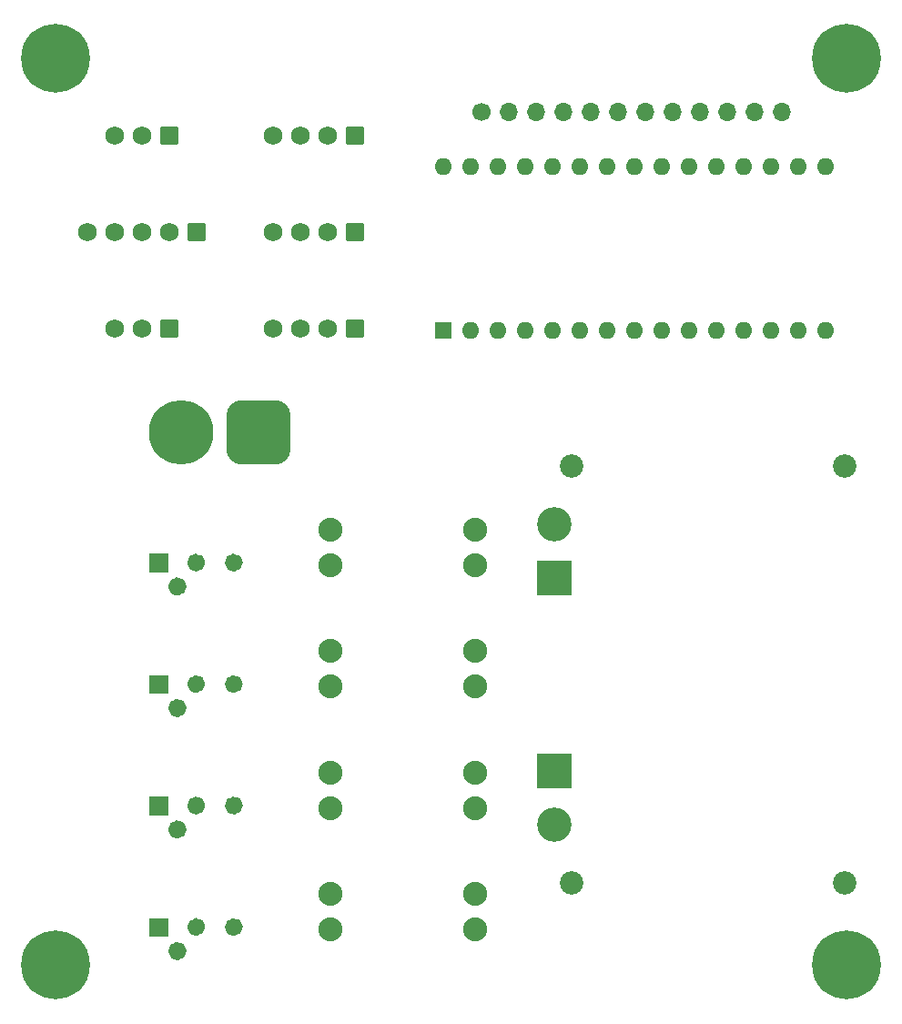
<source format=gbs>
G04 #@! TF.GenerationSoftware,KiCad,Pcbnew,(6.0.8)*
G04 #@! TF.CreationDate,2022-10-01T20:43:50-07:00*
G04 #@! TF.ProjectId,unified_elec_steering,756e6966-6965-4645-9f65-6c65635f7374,rev?*
G04 #@! TF.SameCoordinates,Original*
G04 #@! TF.FileFunction,Soldermask,Bot*
G04 #@! TF.FilePolarity,Negative*
%FSLAX46Y46*%
G04 Gerber Fmt 4.6, Leading zero omitted, Abs format (unit mm)*
G04 Created by KiCad (PCBNEW (6.0.8)) date 2022-10-01 20:43:50*
%MOMM*%
%LPD*%
G01*
G04 APERTURE LIST*
G04 Aperture macros list*
%AMRoundRect*
0 Rectangle with rounded corners*
0 $1 Rounding radius*
0 $2 $3 $4 $5 $6 $7 $8 $9 X,Y pos of 4 corners*
0 Add a 4 corners polygon primitive as box body*
4,1,4,$2,$3,$4,$5,$6,$7,$8,$9,$2,$3,0*
0 Add four circle primitives for the rounded corners*
1,1,$1+$1,$2,$3*
1,1,$1+$1,$4,$5*
1,1,$1+$1,$6,$7*
1,1,$1+$1,$8,$9*
0 Add four rect primitives between the rounded corners*
20,1,$1+$1,$2,$3,$4,$5,0*
20,1,$1+$1,$4,$5,$6,$7,0*
20,1,$1+$1,$6,$7,$8,$9,0*
20,1,$1+$1,$8,$9,$2,$3,0*%
G04 Aperture macros list end*
%ADD10C,0.836200*%
%ADD11C,0.876200*%
%ADD12C,0.010000*%
%ADD13C,2.180000*%
%ADD14C,3.196000*%
%ADD15R,3.196000X3.196000*%
%ADD16C,2.235200*%
%ADD17C,6.400000*%
%ADD18RoundRect,1.500000X1.500000X1.500000X-1.500000X1.500000X-1.500000X-1.500000X1.500000X-1.500000X0*%
%ADD19C,6.000000*%
%ADD20C,1.700000*%
%ADD21O,1.700000X1.700000*%
%ADD22C,1.600000*%
%ADD23RoundRect,0.250000X0.620000X0.620000X-0.620000X0.620000X-0.620000X-0.620000X0.620000X-0.620000X0*%
%ADD24C,1.740000*%
%ADD25R,1.600000X1.600000*%
%ADD26O,1.600000X1.600000*%
G04 APERTURE END LIST*
D10*
X60909100Y-137677000D02*
G75*
G03*
X60909100Y-137677000I-418100J0D01*
G01*
X57409100Y-137677000D02*
G75*
G03*
X57409100Y-137677000I-418100J0D01*
G01*
D11*
X55679100Y-139907000D02*
G75*
G03*
X55679100Y-139907000I-438100J0D01*
G01*
G36*
X54327200Y-138513200D02*
G01*
X52654800Y-138513200D01*
X52654800Y-136840800D01*
X54327200Y-136840800D01*
X54327200Y-138513200D01*
G37*
D12*
X54327200Y-138513200D02*
X52654800Y-138513200D01*
X52654800Y-136840800D01*
X54327200Y-136840800D01*
X54327200Y-138513200D01*
D10*
X57409100Y-160277000D02*
G75*
G03*
X57409100Y-160277000I-418100J0D01*
G01*
D11*
X55679100Y-162507000D02*
G75*
G03*
X55679100Y-162507000I-438100J0D01*
G01*
D10*
X60909100Y-160277000D02*
G75*
G03*
X60909100Y-160277000I-418100J0D01*
G01*
G36*
X54327200Y-161113200D02*
G01*
X52654800Y-161113200D01*
X52654800Y-159440800D01*
X54327200Y-159440800D01*
X54327200Y-161113200D01*
G37*
D12*
X54327200Y-161113200D02*
X52654800Y-161113200D01*
X52654800Y-159440800D01*
X54327200Y-159440800D01*
X54327200Y-161113200D01*
D10*
X60909100Y-171577000D02*
G75*
G03*
X60909100Y-171577000I-418100J0D01*
G01*
X57409100Y-171577000D02*
G75*
G03*
X57409100Y-171577000I-418100J0D01*
G01*
D11*
X55679100Y-173807000D02*
G75*
G03*
X55679100Y-173807000I-438100J0D01*
G01*
G36*
X54327200Y-172413200D02*
G01*
X52654800Y-172413200D01*
X52654800Y-170740800D01*
X54327200Y-170740800D01*
X54327200Y-172413200D01*
G37*
D12*
X54327200Y-172413200D02*
X52654800Y-172413200D01*
X52654800Y-170740800D01*
X54327200Y-170740800D01*
X54327200Y-172413200D01*
D10*
X60909100Y-148977000D02*
G75*
G03*
X60909100Y-148977000I-418100J0D01*
G01*
D11*
X55679100Y-151207000D02*
G75*
G03*
X55679100Y-151207000I-438100J0D01*
G01*
D10*
X57409100Y-148977000D02*
G75*
G03*
X57409100Y-148977000I-418100J0D01*
G01*
G36*
X54327200Y-149813200D02*
G01*
X52654800Y-149813200D01*
X52654800Y-148140800D01*
X54327200Y-148140800D01*
X54327200Y-149813200D01*
G37*
D12*
X54327200Y-149813200D02*
X52654800Y-149813200D01*
X52654800Y-148140800D01*
X54327200Y-148140800D01*
X54327200Y-149813200D01*
D13*
X91932000Y-167479000D03*
X117332000Y-128679000D03*
X117332000Y-167479000D03*
X91932000Y-128679000D03*
D14*
X90272000Y-134099000D03*
D15*
X90272000Y-139099000D03*
X90272000Y-157039000D03*
D14*
X90272000Y-162039000D03*
D16*
X69469000Y-160528000D03*
X69469000Y-157226000D03*
X82931000Y-160528000D03*
X82931000Y-157226000D03*
X69469000Y-149228000D03*
X69469000Y-145926000D03*
X82931000Y-149228000D03*
X82931000Y-145926000D03*
X69469000Y-137928000D03*
X69469000Y-134626000D03*
X82931000Y-137928000D03*
X82931000Y-134626000D03*
X69469000Y-171828000D03*
X69469000Y-168526000D03*
X82931000Y-171828000D03*
X82931000Y-168526000D03*
D17*
X43942000Y-90805000D03*
X43942000Y-175133000D03*
X117475000Y-175133000D03*
X117475000Y-90805000D03*
D18*
X62782000Y-125600000D03*
D19*
X55582000Y-125600000D03*
D20*
X83561000Y-95758000D03*
D21*
X86101000Y-95758000D03*
X88641000Y-95758000D03*
X91181000Y-95758000D03*
X93721000Y-95758000D03*
X96261000Y-95758000D03*
X98801000Y-95758000D03*
X101341000Y-95758000D03*
X103881000Y-95758000D03*
X106421000Y-95758000D03*
X108961000Y-95758000D03*
X111501000Y-95758000D03*
D22*
X55241000Y-139907000D03*
X55241000Y-162507000D03*
D23*
X54457600Y-115945000D03*
D24*
X51917600Y-115945000D03*
X49377600Y-115945000D03*
D23*
X54457600Y-97945000D03*
D24*
X51917600Y-97945000D03*
X49377600Y-97945000D03*
D22*
X55241000Y-173807000D03*
D23*
X71755000Y-106945000D03*
D24*
X69215000Y-106945000D03*
X66675000Y-106945000D03*
X64135000Y-106945000D03*
D25*
X80010000Y-116068203D03*
D26*
X82550000Y-116068203D03*
X85090000Y-116068203D03*
X87630000Y-116068203D03*
X90170000Y-116068203D03*
X92710000Y-116068203D03*
X95250000Y-116068203D03*
X97790000Y-116068203D03*
X100330000Y-116068203D03*
X102870000Y-116068203D03*
X105410000Y-116068203D03*
X107950000Y-116068203D03*
X110490000Y-116068203D03*
X113030000Y-116068203D03*
X115570000Y-116068203D03*
X115570000Y-100828203D03*
X113030000Y-100828203D03*
X110490000Y-100828203D03*
X107950000Y-100828203D03*
X105410000Y-100828203D03*
X102870000Y-100828203D03*
X100330000Y-100828203D03*
X97790000Y-100828203D03*
X95250000Y-100828203D03*
X92710000Y-100828203D03*
X90170000Y-100828203D03*
X87630000Y-100828203D03*
X85090000Y-100828203D03*
X82550000Y-100828203D03*
X80010000Y-100828203D03*
D23*
X71755000Y-115945000D03*
D24*
X69215000Y-115945000D03*
X66675000Y-115945000D03*
X64135000Y-115945000D03*
D22*
X55241000Y-151207000D03*
D23*
X71755000Y-97945000D03*
D24*
X69215000Y-97945000D03*
X66675000Y-97945000D03*
X64135000Y-97945000D03*
D23*
X56997600Y-106945000D03*
D24*
X54457600Y-106945000D03*
X51917600Y-106945000D03*
X49377600Y-106945000D03*
X46837600Y-106945000D03*
M02*

</source>
